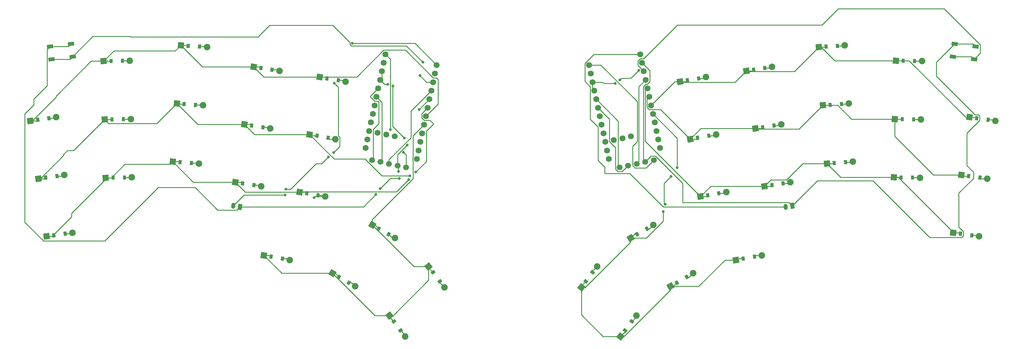
<source format=gbr>
%TF.GenerationSoftware,KiCad,Pcbnew,9.0.2*%
%TF.CreationDate,2025-07-07T14:02:59-04:00*%
%TF.ProjectId,routed_banana_split,726f7574-6564-45f6-9261-6e616e615f73,0.0.1*%
%TF.SameCoordinates,Original*%
%TF.FileFunction,Copper,L1,Top*%
%TF.FilePolarity,Positive*%
%FSLAX46Y46*%
G04 Gerber Fmt 4.6, Leading zero omitted, Abs format (unit mm)*
G04 Created by KiCad (PCBNEW 9.0.2) date 2025-07-07 14:02:59*
%MOMM*%
%LPD*%
G01*
G04 APERTURE LIST*
G04 Aperture macros list*
%AMRoundRect*
0 Rectangle with rounded corners*
0 $1 Rounding radius*
0 $2 $3 $4 $5 $6 $7 $8 $9 X,Y pos of 4 corners*
0 Add a 4 corners polygon primitive as box body*
4,1,4,$2,$3,$4,$5,$6,$7,$8,$9,$2,$3,0*
0 Add four circle primitives for the rounded corners*
1,1,$1+$1,$2,$3*
1,1,$1+$1,$4,$5*
1,1,$1+$1,$6,$7*
1,1,$1+$1,$8,$9*
0 Add four rect primitives between the rounded corners*
20,1,$1+$1,$2,$3,$4,$5,0*
20,1,$1+$1,$4,$5,$6,$7,0*
20,1,$1+$1,$6,$7,$8,$9,0*
20,1,$1+$1,$8,$9,$2,$3,0*%
%AMHorizOval*
0 Thick line with rounded ends*
0 $1 width*
0 $2 $3 position (X,Y) of the first rounded end (center of the circle)*
0 $4 $5 position (X,Y) of the second rounded end (center of the circle)*
0 Add line between two ends*
20,1,$1,$2,$3,$4,$5,0*
0 Add two circle primitives to create the rounded ends*
1,1,$1,$2,$3*
1,1,$1,$4,$5*%
%AMRotRect*
0 Rectangle, with rotation*
0 The origin of the aperture is its center*
0 $1 length*
0 $2 width*
0 $3 Rotation angle, in degrees counterclockwise*
0 Add horizontal line*
21,1,$1,$2,0,0,$3*%
G04 Aperture macros list end*
%TA.AperFunction,SMDPad,CuDef*%
%ADD10RotRect,1.800000X1.100000X7.000000*%
%TD*%
%TA.AperFunction,ComponentPad*%
%ADD11RotRect,1.778000X1.778000X53.000000*%
%TD*%
%TA.AperFunction,SMDPad,CuDef*%
%ADD12RotRect,0.900000X1.200000X53.000000*%
%TD*%
%TA.AperFunction,ComponentPad*%
%ADD13C,1.905000*%
%TD*%
%TA.AperFunction,ComponentPad*%
%ADD14C,1.752600*%
%TD*%
%TA.AperFunction,ComponentPad*%
%ADD15RotRect,1.778000X1.778000X351.000000*%
%TD*%
%TA.AperFunction,SMDPad,CuDef*%
%ADD16RotRect,0.900000X1.200000X351.000000*%
%TD*%
%TA.AperFunction,ComponentPad*%
%ADD17RotRect,1.778000X1.778000X350.000000*%
%TD*%
%TA.AperFunction,SMDPad,CuDef*%
%ADD18RotRect,0.900000X1.200000X350.000000*%
%TD*%
%TA.AperFunction,ComponentPad*%
%ADD19RotRect,1.778000X1.778000X10.000000*%
%TD*%
%TA.AperFunction,SMDPad,CuDef*%
%ADD20RotRect,0.900000X1.200000X10.000000*%
%TD*%
%TA.AperFunction,SMDPad,CuDef*%
%ADD21RotRect,1.800000X1.100000X353.000000*%
%TD*%
%TA.AperFunction,ComponentPad*%
%ADD22HorizOval,1.700000X0.000000X0.000000X0.000000X0.000000X0*%
%TD*%
%TA.AperFunction,ComponentPad*%
%ADD23C,1.700000*%
%TD*%
%TA.AperFunction,ComponentPad*%
%ADD24RotRect,1.778000X1.778000X330.000000*%
%TD*%
%TA.AperFunction,SMDPad,CuDef*%
%ADD25RotRect,0.900000X1.200000X330.000000*%
%TD*%
%TA.AperFunction,ComponentPad*%
%ADD26RotRect,1.778000X1.778000X352.000000*%
%TD*%
%TA.AperFunction,SMDPad,CuDef*%
%ADD27RotRect,0.900000X1.200000X352.000000*%
%TD*%
%TA.AperFunction,ComponentPad*%
%ADD28RotRect,1.778000X1.778000X359.000000*%
%TD*%
%TA.AperFunction,SMDPad,CuDef*%
%ADD29RotRect,0.900000X1.200000X359.000000*%
%TD*%
%TA.AperFunction,ComponentPad*%
%ADD30RotRect,1.778000X1.778000X1.000000*%
%TD*%
%TA.AperFunction,SMDPad,CuDef*%
%ADD31RotRect,0.900000X1.200000X1.000000*%
%TD*%
%TA.AperFunction,ComponentPad*%
%ADD32RotRect,1.778000X1.778000X307.000000*%
%TD*%
%TA.AperFunction,SMDPad,CuDef*%
%ADD33RotRect,0.900000X1.200000X307.000000*%
%TD*%
%TA.AperFunction,ComponentPad*%
%ADD34RotRect,1.778000X1.778000X30.000000*%
%TD*%
%TA.AperFunction,SMDPad,CuDef*%
%ADD35RotRect,0.900000X1.200000X30.000000*%
%TD*%
%TA.AperFunction,ComponentPad*%
%ADD36HorizOval,1.700000X0.000000X0.000000X0.000000X0.000000X0*%
%TD*%
%TA.AperFunction,ComponentPad*%
%ADD37RotRect,1.778000X1.778000X4.000000*%
%TD*%
%TA.AperFunction,SMDPad,CuDef*%
%ADD38RotRect,0.900000X1.200000X4.000000*%
%TD*%
%TA.AperFunction,ComponentPad*%
%ADD39RotRect,1.778000X1.778000X356.000000*%
%TD*%
%TA.AperFunction,SMDPad,CuDef*%
%ADD40RotRect,0.900000X1.200000X356.000000*%
%TD*%
%TA.AperFunction,ComponentPad*%
%ADD41RotRect,1.778000X1.778000X8.000000*%
%TD*%
%TA.AperFunction,SMDPad,CuDef*%
%ADD42RotRect,0.900000X1.200000X8.000000*%
%TD*%
%TA.AperFunction,ComponentPad*%
%ADD43RotRect,1.778000X1.778000X9.000000*%
%TD*%
%TA.AperFunction,SMDPad,CuDef*%
%ADD44RotRect,0.900000X1.200000X9.000000*%
%TD*%
%TA.AperFunction,ComponentPad*%
%ADD45RoundRect,0.240000X-0.256232X-0.683499X0.454904X-0.570866X0.256232X0.683499X-0.454904X0.570866X0*%
%TD*%
%TA.AperFunction,ComponentPad*%
%ADD46HorizOval,1.200000X-0.043019X0.271614X0.043019X-0.271614X0*%
%TD*%
%TA.AperFunction,ComponentPad*%
%ADD47RoundRect,0.240000X-0.454904X-0.570866X0.256232X-0.683499X0.454904X0.570866X-0.256232X0.683499X0*%
%TD*%
%TA.AperFunction,ComponentPad*%
%ADD48HorizOval,1.200000X-0.043019X-0.271614X0.043019X0.271614X0*%
%TD*%
%TA.AperFunction,ViaPad*%
%ADD49C,0.800000*%
%TD*%
%TA.AperFunction,Conductor*%
%ADD50C,0.250000*%
%TD*%
G04 APERTURE END LIST*
D10*
%TO.P,B1,1*%
%TO.N,GND*%
X84791520Y-97250786D03*
X90945306Y-96495196D03*
%TO.P,B1,2*%
%TO.N,RST*%
X85242436Y-100923206D03*
X91396222Y-100167616D03*
%TD*%
D11*
%TO.P,D38,1*%
%TO.N,RP115*%
X250886599Y-181685327D03*
D12*
X252186519Y-179960275D03*
%TO.P,D38,2*%
%TO.N,mirror_out_thumb*%
X254172509Y-177324777D03*
D13*
X255472429Y-175599725D03*
%TD*%
D14*
%TO.P,MCU2,1*%
%TO.N,RP006*%
X241686576Y-102651019D03*
%TO.P,MCU2,2*%
%TO.N,RP008*%
X242214672Y-105135514D03*
%TO.P,MCU2,3*%
%TO.N,RGND*%
X242742767Y-107620009D03*
%TO.P,MCU2,4*%
X243270863Y-110104504D03*
%TO.P,MCU2,5*%
%TO.N,RP017*%
X243798959Y-112588999D03*
%TO.P,MCU2,6*%
%TO.N,RP020*%
X244327053Y-115073494D03*
%TO.P,MCU2,7*%
%TO.N,RP022*%
X244855150Y-117557989D03*
%TO.P,MCU2,8*%
%TO.N,RP024*%
X245383246Y-120042483D03*
%TO.P,MCU2,9*%
%TO.N,RP100*%
X245911342Y-122526978D03*
%TO.P,MCU2,10*%
%TO.N,RP011*%
X246439437Y-125011473D03*
%TO.P,MCU2,11*%
%TO.N,RP104*%
X246967533Y-127495968D03*
%TO.P,MCU2,12*%
%TO.N,RP106*%
X247495629Y-129980463D03*
%TO.P,MCU2,13*%
%TO.N,RP009*%
X262402598Y-126811889D03*
%TO.P,MCU2,14*%
%TO.N,RP010*%
X261874502Y-124327394D03*
%TO.P,MCU2,15*%
%TO.N,RP111*%
X261346407Y-121842899D03*
%TO.P,MCU2,16*%
%TO.N,RP113*%
X260818311Y-119358404D03*
%TO.P,MCU2,17*%
%TO.N,RP115*%
X260290215Y-116873909D03*
%TO.P,MCU2,18*%
%TO.N,RP002*%
X259762121Y-114389414D03*
%TO.P,MCU2,19*%
%TO.N,RP029*%
X259234024Y-111904919D03*
%TO.P,MCU2,20*%
%TO.N,RP031*%
X258705928Y-109420425D03*
%TO.P,MCU2,21*%
%TO.N,RVCC*%
X258177832Y-106935930D03*
%TO.P,MCU2,22*%
%TO.N,RRST*%
X257649737Y-104451435D03*
%TO.P,MCU2,23*%
%TO.N,RGND*%
X257121641Y-101966940D03*
%TO.P,MCU2,24*%
%TO.N,RRAW*%
X256593545Y-99482445D03*
%TO.P,MCU2,31*%
%TO.N,RP101*%
X248923932Y-124483378D03*
%TO.P,MCU2,32*%
%TO.N,RP102*%
X251408427Y-123955282D03*
%TO.P,MCU2,33*%
%TO.N,RP107*%
X253892922Y-123427186D03*
%TD*%
D15*
%TO.P,D12,1*%
%TO.N,P002*%
X144055481Y-103149122D03*
D16*
X146188888Y-103487020D03*
%TO.P,D12,2*%
%TO.N,index_top*%
X149448260Y-104003254D03*
D13*
X151581667Y-104341152D03*
%TD*%
D17*
%TO.P,D13,1*%
%TO.N,P031*%
X157427692Y-139622792D03*
D18*
X159554879Y-139997873D03*
%TO.P,D13,2*%
%TO.N,indexfar_bottom*%
X162804745Y-140570911D03*
D13*
X164931932Y-140945992D03*
%TD*%
D19*
%TO.P,D34,1*%
%TO.N,RP029*%
X271170079Y-124204260D03*
D20*
X273297266Y-123829179D03*
%TO.P,D34,2*%
%TO.N,mirror_indexfar_home*%
X276547132Y-123256141D03*
D13*
X278674319Y-122881060D03*
%TD*%
D19*
%TO.P,D35,1*%
%TO.N,RP002*%
X268218060Y-107462528D03*
D20*
X270345247Y-107087447D03*
%TO.P,D35,2*%
%TO.N,mirror_indexfar_top*%
X273595113Y-106514409D03*
D13*
X275722300Y-106139328D03*
%TD*%
D21*
%TO.P,B2,1*%
%TO.N,RGND*%
X348108724Y-96495196D03*
X354262510Y-97250786D03*
%TO.P,B2,2*%
%TO.N,RRST*%
X347657808Y-100167616D03*
X353811594Y-100923206D03*
%TD*%
D22*
%TO.P,DISP2,1*%
%TO.N,RP017*%
X250606762Y-132457544D03*
%TO.P,DISP2,2*%
%TO.N,RP020*%
X253091257Y-131929449D03*
%TO.P,DISP2,3*%
%TO.N,RVCC*%
X255575752Y-131401353D03*
%TO.P,DISP2,4*%
%TO.N,RGND*%
X258060247Y-130873257D03*
D23*
%TO.P,DISP2,5*%
%TO.N,RP006*%
X260544742Y-130345162D03*
%TD*%
D24*
%TO.P,D19,1*%
%TO.N,P115*%
X178655403Y-149209007D03*
D25*
X180526018Y-150289007D03*
%TO.P,D19,2*%
%TO.N,in_default*%
X183383902Y-151939007D03*
D13*
X185254517Y-153019007D03*
%TD*%
D26*
%TO.P,D21,1*%
%TO.N,RP031*%
X347692286Y-151491648D03*
D27*
X349831265Y-151792263D03*
%TO.P,D21,2*%
%TO.N,mirror_pinky_bottom*%
X353099149Y-152251535D03*
D13*
X355238128Y-152552150D03*
%TD*%
D28*
%TO.P,D26,1*%
%TO.N,RP002*%
X331000834Y-101361267D03*
D29*
X333160505Y-101398965D03*
%TO.P,D26,2*%
%TO.N,mirror_ring_top*%
X336460003Y-101456557D03*
D13*
X338619674Y-101494255D03*
%TD*%
D30*
%TO.P,D5,1*%
%TO.N,P029*%
X100731047Y-118491666D03*
D31*
X102890718Y-118453968D03*
%TO.P,D5,2*%
%TO.N,ring_home*%
X106190216Y-118396376D03*
D13*
X108349887Y-118358678D03*
%TD*%
D32*
%TO.P,D18,1*%
%TO.N,P115*%
X183581601Y-175599725D03*
D33*
X184881521Y-177324777D03*
%TO.P,D18,2*%
%TO.N,out_thumb*%
X186867511Y-179960275D03*
D13*
X188167431Y-181685327D03*
%TD*%
D26*
%TO.P,D23,1*%
%TO.N,RP002*%
X352424171Y-117822534D03*
D27*
X354563150Y-118123149D03*
%TO.P,D23,2*%
%TO.N,mirror_pinky_top*%
X357831034Y-118582421D03*
D13*
X359970013Y-118883036D03*
%TD*%
D19*
%TO.P,D36,1*%
%TO.N,RP115*%
X284488716Y-159426610D03*
D20*
X286615903Y-159051529D03*
%TO.P,D36,2*%
%TO.N,mirror_in_thumb*%
X289865769Y-158478491D03*
D13*
X291992956Y-158103410D03*
%TD*%
D34*
%TO.P,D39,1*%
%TO.N,RP115*%
X253799513Y-153019007D03*
D35*
X255670128Y-151939007D03*
%TO.P,D39,2*%
%TO.N,mirror_in_default*%
X258528012Y-150289007D03*
D13*
X260398627Y-149209007D03*
%TD*%
D36*
%TO.P,DISP1,1*%
%TO.N,P017*%
X178509288Y-130345162D03*
%TO.P,DISP1,2*%
%TO.N,P020*%
X180993783Y-130873257D03*
%TO.P,DISP1,3*%
%TO.N,VCC*%
X183478278Y-131401353D03*
%TO.P,DISP1,4*%
%TO.N,GND*%
X185962773Y-131929449D03*
D23*
%TO.P,DISP1,5*%
%TO.N,P006*%
X188447268Y-132457544D03*
%TD*%
D37*
%TO.P,D29,1*%
%TO.N,RP002*%
X308553333Y-97411320D03*
D38*
X310708071Y-97260646D03*
%TO.P,D29,2*%
%TO.N,mirror_middle_top*%
X314000033Y-97030450D03*
D13*
X316154771Y-96879776D03*
%TD*%
D39*
%TO.P,D9,1*%
%TO.N,P002*%
X122899259Y-96879776D03*
D40*
X125053997Y-97030450D03*
%TO.P,D9,2*%
%TO.N,middle_top*%
X128345959Y-97260646D03*
D13*
X130500697Y-97411320D03*
%TD*%
D11*
%TO.P,D40,1*%
%TO.N,RP115*%
X239463393Y-167396988D03*
D12*
X240763313Y-165671936D03*
%TO.P,D40,2*%
%TO.N,mirror_out_default*%
X242749303Y-163036438D03*
D13*
X244049223Y-161311386D03*
%TD*%
D17*
%TO.P,D16,1*%
%TO.N,P115*%
X147061074Y-158103410D03*
D18*
X149188261Y-158478491D03*
%TO.P,D16,2*%
%TO.N,in_thumb*%
X152438127Y-159051529D03*
D13*
X154565314Y-159426610D03*
%TD*%
D30*
%TO.P,D6,1*%
%TO.N,P002*%
X100434356Y-101494255D03*
D31*
X102594027Y-101456557D03*
%TO.P,D6,2*%
%TO.N,ring_top*%
X105893525Y-101398965D03*
D13*
X108053196Y-101361267D03*
%TD*%
D32*
%TO.P,D20,1*%
%TO.N,P115*%
X195004807Y-161311386D03*
D33*
X196304727Y-163036438D03*
%TO.P,D20,2*%
%TO.N,out_default*%
X198290717Y-165671936D03*
D13*
X199590637Y-167396988D03*
%TD*%
D39*
%TO.P,D8,1*%
%TO.N,P029*%
X121713399Y-113838364D03*
D40*
X123868137Y-113989038D03*
%TO.P,D8,2*%
%TO.N,middle_home*%
X127160099Y-114219234D03*
D13*
X129314837Y-114369908D03*
%TD*%
D39*
%TO.P,D7,1*%
%TO.N,P031*%
X120527539Y-130796953D03*
D40*
X122682277Y-130947627D03*
%TO.P,D7,2*%
%TO.N,middle_bottom*%
X125974239Y-131177823D03*
D13*
X128128977Y-131328497D03*
%TD*%
D28*
%TO.P,D24,1*%
%TO.N,RP031*%
X330407452Y-135356088D03*
D29*
X332567123Y-135393786D03*
%TO.P,D24,2*%
%TO.N,mirror_ring_bottom*%
X335866621Y-135451378D03*
D13*
X338026292Y-135489076D03*
%TD*%
D17*
%TO.P,D14,1*%
%TO.N,P029*%
X160379711Y-122881060D03*
D18*
X162506898Y-123256141D03*
%TO.P,D14,2*%
%TO.N,indexfar_home*%
X165756764Y-123829179D03*
D13*
X167883951Y-124204260D03*
%TD*%
D41*
%TO.P,D1,1*%
%TO.N,P031*%
X83815902Y-152552150D03*
D42*
X85954881Y-152251535D03*
%TO.P,D1,2*%
%TO.N,pinky_bottom*%
X89222765Y-151792263D03*
D13*
X91361744Y-151491648D03*
%TD*%
D24*
%TO.P,D17,1*%
%TO.N,P115*%
X167057327Y-163297464D03*
D25*
X168927942Y-164377464D03*
%TO.P,D17,2*%
%TO.N,home_thumb*%
X171785826Y-166027464D03*
D13*
X173656441Y-167107464D03*
%TD*%
D34*
%TO.P,D37,1*%
%TO.N,RP115*%
X265397589Y-167107464D03*
D35*
X267268204Y-166027464D03*
%TO.P,D37,2*%
%TO.N,mirror_home_thumb*%
X270126088Y-164377464D03*
D13*
X271996703Y-163297464D03*
%TD*%
D28*
%TO.P,D25,1*%
%TO.N,RP029*%
X330704143Y-118358678D03*
D29*
X332863814Y-118396376D03*
%TO.P,D25,2*%
%TO.N,mirror_ring_home*%
X336163312Y-118453968D03*
D13*
X338322983Y-118491666D03*
%TD*%
D14*
%TO.P,MCU1,1*%
%TO.N,P006*%
X182460486Y-99482445D03*
%TO.P,MCU1,2*%
%TO.N,P008*%
X181932390Y-101966940D03*
%TO.P,MCU1,3*%
%TO.N,GND*%
X181404294Y-104451435D03*
%TO.P,MCU1,4*%
X180876199Y-106935930D03*
%TO.P,MCU1,5*%
%TO.N,P017*%
X180348103Y-109420425D03*
%TO.P,MCU1,6*%
%TO.N,P020*%
X179820007Y-111904919D03*
%TO.P,MCU1,7*%
%TO.N,P022*%
X179291910Y-114389414D03*
%TO.P,MCU1,8*%
%TO.N,P024*%
X178763816Y-116873909D03*
%TO.P,MCU1,9*%
%TO.N,P100*%
X178235720Y-119358404D03*
%TO.P,MCU1,10*%
%TO.N,P011*%
X177707624Y-121842899D03*
%TO.P,MCU1,11*%
%TO.N,P104*%
X177179529Y-124327394D03*
%TO.P,MCU1,12*%
%TO.N,P106*%
X176651433Y-126811889D03*
%TO.P,MCU1,13*%
%TO.N,P009*%
X191558402Y-129980463D03*
%TO.P,MCU1,14*%
%TO.N,P010*%
X192086498Y-127495968D03*
%TO.P,MCU1,15*%
%TO.N,P111*%
X192614594Y-125011473D03*
%TO.P,MCU1,16*%
%TO.N,P113*%
X193142689Y-122526978D03*
%TO.P,MCU1,17*%
%TO.N,P115*%
X193670785Y-120042483D03*
%TO.P,MCU1,18*%
%TO.N,P002*%
X194198881Y-117557989D03*
%TO.P,MCU1,19*%
%TO.N,P029*%
X194726978Y-115073494D03*
%TO.P,MCU1,20*%
%TO.N,P031*%
X195255072Y-112588999D03*
%TO.P,MCU1,21*%
%TO.N,VCC*%
X195783168Y-110104504D03*
%TO.P,MCU1,22*%
%TO.N,RST*%
X196311264Y-107620009D03*
%TO.P,MCU1,23*%
%TO.N,GND*%
X196839359Y-105135514D03*
%TO.P,MCU1,24*%
%TO.N,RAW*%
X197367455Y-102651019D03*
%TO.P,MCU1,31*%
%TO.N,P101*%
X180192119Y-122370995D03*
%TO.P,MCU1,32*%
%TO.N,P102*%
X182676614Y-122899090D03*
%TO.P,MCU1,33*%
%TO.N,P107*%
X185161109Y-123427186D03*
%TD*%
D43*
%TO.P,D30,1*%
%TO.N,RP031*%
X292791135Y-137922555D03*
D44*
X294924542Y-137584657D03*
%TO.P,D30,2*%
%TO.N,mirror_index_bottom*%
X298183914Y-137068423D03*
D13*
X300317321Y-136730525D03*
%TD*%
D30*
%TO.P,D4,1*%
%TO.N,P031*%
X101027738Y-135489076D03*
D31*
X103187409Y-135451378D03*
%TO.P,D4,2*%
%TO.N,ring_bottom*%
X106486907Y-135393786D03*
D13*
X108646578Y-135356088D03*
%TD*%
D17*
%TO.P,D15,1*%
%TO.N,P002*%
X163331730Y-106139328D03*
D18*
X165458917Y-106514409D03*
%TO.P,D15,2*%
%TO.N,indexfar_top*%
X168708783Y-107087447D03*
D13*
X170835970Y-107462528D03*
%TD*%
D37*
%TO.P,D27,1*%
%TO.N,RP031*%
X310925054Y-131328497D03*
D38*
X313079792Y-131177823D03*
%TO.P,D27,2*%
%TO.N,mirror_middle_bottom*%
X316371754Y-130947627D03*
D13*
X318526492Y-130796953D03*
%TD*%
D37*
%TO.P,D28,1*%
%TO.N,RP029*%
X309739194Y-114369908D03*
D38*
X311893932Y-114219234D03*
%TO.P,D28,2*%
%TO.N,mirror_middle_home*%
X315185894Y-113989038D03*
D13*
X317340632Y-113838364D03*
%TD*%
D41*
%TO.P,D3,1*%
%TO.N,P002*%
X79084017Y-118883036D03*
D42*
X81222996Y-118582421D03*
%TO.P,D3,2*%
%TO.N,pinky_top*%
X84490880Y-118123149D03*
D13*
X86629859Y-117822534D03*
%TD*%
D26*
%TO.P,D22,1*%
%TO.N,RP029*%
X350058229Y-134657091D03*
D27*
X352197208Y-134957706D03*
%TO.P,D22,2*%
%TO.N,mirror_pinky_home*%
X355465092Y-135416978D03*
D13*
X357604071Y-135717593D03*
%TD*%
D43*
%TO.P,D31,1*%
%TO.N,RP029*%
X290131749Y-121131853D03*
D44*
X292265156Y-120793955D03*
%TO.P,D31,2*%
%TO.N,mirror_index_home*%
X295524528Y-120277721D03*
D13*
X297657935Y-119939823D03*
%TD*%
D15*
%TO.P,D11,1*%
%TO.N,P029*%
X141396095Y-119939823D03*
D16*
X143529502Y-120277721D03*
%TO.P,D11,2*%
%TO.N,index_home*%
X146788874Y-120793955D03*
D13*
X148922281Y-121131853D03*
%TD*%
D43*
%TO.P,D32,1*%
%TO.N,RP002*%
X287472363Y-104341152D03*
D44*
X289605770Y-104003254D03*
%TO.P,D32,2*%
%TO.N,mirror_index_top*%
X292865142Y-103487020D03*
D13*
X294998549Y-103149122D03*
%TD*%
D41*
%TO.P,D2,1*%
%TO.N,P029*%
X81449960Y-135717593D03*
D42*
X83588939Y-135416978D03*
%TO.P,D2,2*%
%TO.N,pinky_home*%
X86856823Y-134957706D03*
D13*
X88995802Y-134657091D03*
%TD*%
D15*
%TO.P,D10,1*%
%TO.N,P031*%
X138736709Y-136730525D03*
D16*
X140870116Y-137068423D03*
%TO.P,D10,2*%
%TO.N,index_bottom*%
X144129488Y-137584657D03*
D13*
X146262895Y-137922555D03*
%TD*%
D19*
%TO.P,D33,1*%
%TO.N,RP031*%
X274122098Y-140945992D03*
D20*
X276249285Y-140570911D03*
%TO.P,D33,2*%
%TO.N,mirror_indexfar_bottom*%
X279499151Y-139997873D03*
D13*
X281626338Y-139622792D03*
%TD*%
D45*
%TO.P,JST2,1*%
%TO.N,RGND*%
X300892997Y-143625356D03*
D46*
%TO.P,JST2,2*%
%TO.N,RRAW*%
X298917621Y-143938224D03*
%TD*%
D47*
%TO.P,JST1,1*%
%TO.N,GND*%
X140136409Y-143938224D03*
D48*
%TO.P,JST1,2*%
%TO.N,RAW*%
X138161033Y-143625356D03*
%TD*%
D49*
%TO.N,indexfar_bottom*%
X161660000Y-141260000D03*
%TO.N,P031*%
X189179340Y-136019340D03*
X192260000Y-115590000D03*
%TO.N,P029*%
X191280000Y-133840000D03*
X189590000Y-134910000D03*
%TO.N,RP115*%
X265590000Y-135100000D03*
X263310000Y-145290000D03*
X267380000Y-132500000D03*
X263851668Y-143213224D03*
%TO.N,RAW*%
X172820000Y-96320000D03*
X167520000Y-107930000D03*
X153470000Y-138810000D03*
X167370000Y-128130000D03*
X165856673Y-129383327D03*
X153220000Y-140480000D03*
%TO.N,GND*%
X184603914Y-108730000D03*
X180900000Y-138640000D03*
X188776428Y-125926428D03*
X186480000Y-135670000D03*
X183153914Y-108250000D03*
X187950000Y-123910000D03*
X186210000Y-133610000D03*
X179640000Y-140350000D03*
%TO.N,RST*%
X193340000Y-101840000D03*
X192490000Y-105710000D03*
%TO.N,P006*%
X183890000Y-121400000D03*
X187704081Y-128024081D03*
%TO.N,RGND*%
X249300000Y-107990000D03*
X256150000Y-104210000D03*
X250640000Y-106980000D03*
%TD*%
D50*
%TO.N,pinky_bottom*%
X89222765Y-151792263D02*
X91061130Y-151792263D01*
X91061130Y-151792263D02*
X91361744Y-151491649D01*
%TO.N,pinky_home*%
X88695188Y-134957706D02*
X88995802Y-134657092D01*
X86856823Y-134957706D02*
X88695188Y-134957706D01*
%TO.N,pinky_top*%
X84490880Y-118123149D02*
X86329245Y-118123149D01*
X86329245Y-118123149D02*
X86629859Y-117822535D01*
%TO.N,ring_bottom*%
X106486907Y-135393786D02*
X108608880Y-135393786D01*
X108608880Y-135393786D02*
X108646578Y-135356088D01*
%TO.N,ring_home*%
X108312189Y-118396376D02*
X108349887Y-118358678D01*
X106190216Y-118396376D02*
X108312189Y-118396376D01*
%TO.N,ring_top*%
X105893525Y-101398965D02*
X108015498Y-101398965D01*
X108015498Y-101398965D02*
X108053196Y-101361267D01*
%TO.N,middle_bottom*%
X125974239Y-131177823D02*
X127978303Y-131177823D01*
X127978303Y-131177823D02*
X128128977Y-131328497D01*
%TO.N,middle_home*%
X129164163Y-114219234D02*
X129314837Y-114369908D01*
X127160099Y-114219234D02*
X129164163Y-114219234D01*
%TO.N,middle_top*%
X128345959Y-97260646D02*
X130350023Y-97260646D01*
X130350023Y-97260646D02*
X130500697Y-97411320D01*
%TO.N,index_bottom*%
X145924997Y-137584657D02*
X146262895Y-137922555D01*
X144129488Y-137584657D02*
X145924997Y-137584657D01*
%TO.N,index_home*%
X146788874Y-120793955D02*
X148584383Y-120793955D01*
X148584383Y-120793955D02*
X148922281Y-121131853D01*
%TO.N,index_top*%
X151243769Y-104003254D02*
X151581667Y-104341152D01*
X149448260Y-104003254D02*
X151243769Y-104003254D01*
%TO.N,indexfar_bottom*%
X161660000Y-141260000D02*
X161974008Y-140945992D01*
X161974008Y-140945992D02*
X164931931Y-140945992D01*
X162804745Y-140570911D02*
X164556849Y-140570911D01*
X164556849Y-140570911D02*
X164931930Y-140945992D01*
%TO.N,indexfar_home*%
X166131845Y-124204260D02*
X165756764Y-123829179D01*
X167883949Y-124204260D02*
X166131845Y-124204260D01*
%TO.N,indexfar_top*%
X170460887Y-107087447D02*
X170835968Y-107462528D01*
X168708783Y-107087447D02*
X170460887Y-107087447D01*
%TO.N,in_thumb*%
X152438127Y-159051529D02*
X154190231Y-159051529D01*
X154190231Y-159051529D02*
X154565312Y-159426610D01*
X152438127Y-159051529D02*
X154190232Y-159051529D01*
X154190232Y-159051529D02*
X154565313Y-159426610D01*
%TO.N,home_thumb*%
X172576441Y-166027464D02*
X173656441Y-167107464D01*
X171785826Y-166027464D02*
X172576441Y-166027464D01*
%TO.N,out_thumb*%
X188167431Y-181260195D02*
X186867511Y-179960275D01*
X188167431Y-181685327D02*
X188167431Y-181260195D01*
%TO.N,in_default*%
X185254517Y-153019007D02*
X184463902Y-153019007D01*
X184463902Y-153019007D02*
X183383902Y-151939007D01*
%TO.N,out_default*%
X198290717Y-165671936D02*
X198290717Y-166097068D01*
X198290717Y-166097068D02*
X199590637Y-167396988D01*
%TO.N,mirror_pinky_bottom*%
X353099149Y-152251535D02*
X354937514Y-152251535D01*
X354937514Y-152251535D02*
X355238128Y-152552149D01*
%TO.N,mirror_pinky_home*%
X357604071Y-135717592D02*
X355765706Y-135717592D01*
X355765706Y-135717592D02*
X355465092Y-135416978D01*
%TO.N,mirror_pinky_top*%
X359669399Y-118582421D02*
X359970013Y-118883035D01*
X357831034Y-118582421D02*
X359669399Y-118582421D01*
%TO.N,mirror_ring_bottom*%
X337988594Y-135451378D02*
X338026292Y-135489076D01*
X335866621Y-135451378D02*
X337988594Y-135451378D01*
%TO.N,mirror_ring_home*%
X338285285Y-118453968D02*
X338322983Y-118491666D01*
X336163312Y-118453968D02*
X338285285Y-118453968D01*
%TO.N,mirror_ring_top*%
X336460003Y-101456557D02*
X338581976Y-101456557D01*
X338581976Y-101456557D02*
X338619674Y-101494255D01*
%TO.N,mirror_middle_bottom*%
X316371754Y-130947627D02*
X318375818Y-130947627D01*
X318375818Y-130947627D02*
X318526492Y-130796953D01*
%TO.N,mirror_middle_home*%
X317189958Y-113989038D02*
X317340632Y-113838364D01*
X315185894Y-113989038D02*
X317189958Y-113989038D01*
%TO.N,mirror_middle_top*%
X316004097Y-97030450D02*
X316154771Y-96879776D01*
X314000033Y-97030450D02*
X316004097Y-97030450D01*
%TO.N,mirror_index_bottom*%
X299979423Y-137068423D02*
X300317321Y-136730525D01*
X298183914Y-137068423D02*
X299979423Y-137068423D01*
%TO.N,mirror_index_home*%
X297320037Y-120277721D02*
X297657935Y-119939823D01*
X295524528Y-120277721D02*
X297320037Y-120277721D01*
%TO.N,mirror_index_top*%
X294660651Y-103487020D02*
X294998549Y-103149122D01*
X292865142Y-103487020D02*
X294660651Y-103487020D01*
%TO.N,mirror_indexfar_bottom*%
X281251255Y-139997873D02*
X281626336Y-139622792D01*
X279499151Y-139997873D02*
X281251255Y-139997873D01*
%TO.N,mirror_indexfar_home*%
X276547132Y-123256141D02*
X278299236Y-123256141D01*
X278299236Y-123256141D02*
X278674317Y-122881060D01*
%TO.N,mirror_indexfar_top*%
X273595113Y-106514409D02*
X275347217Y-106514409D01*
X275347217Y-106514409D02*
X275722298Y-106139328D01*
%TO.N,mirror_in_thumb*%
X290240850Y-158103410D02*
X289865769Y-158478491D01*
X291992954Y-158103410D02*
X290240850Y-158103410D01*
%TO.N,mirror_home_thumb*%
X270916703Y-164377464D02*
X271996703Y-163297464D01*
X270126088Y-164377464D02*
X270916703Y-164377464D01*
%TO.N,mirror_out_thumb*%
X255472429Y-175599725D02*
X255472429Y-176024857D01*
X255472429Y-176024857D02*
X254172509Y-177324777D01*
%TO.N,mirror_in_default*%
X259318627Y-150289007D02*
X260398627Y-149209007D01*
X258528012Y-150289007D02*
X259318627Y-150289007D01*
%TO.N,mirror_out_default*%
X242749303Y-163036438D02*
X242749303Y-162611306D01*
X242749303Y-162611306D02*
X244049223Y-161311386D01*
%TO.N,P031*%
X101027738Y-135489076D02*
X103149711Y-135489076D01*
X83815902Y-152552149D02*
X85373689Y-152552149D01*
X192260000Y-115590000D02*
X192260000Y-115584071D01*
X122531603Y-130796953D02*
X122682277Y-130947627D01*
X83815902Y-152552149D02*
X85654267Y-152552149D01*
X119770236Y-131554256D02*
X120527539Y-130796953D01*
X126461111Y-136730525D02*
X138736709Y-136730525D01*
X102640577Y-135489076D02*
X106575397Y-131554256D01*
X141628976Y-139622792D02*
X157427694Y-139622792D01*
X157474600Y-139575885D02*
X185622795Y-139575885D01*
X106575397Y-131554256D02*
X119770236Y-131554256D01*
X120527539Y-130796953D02*
X122531603Y-130796953D01*
X85373689Y-152552149D02*
X91112532Y-146813306D01*
X192260000Y-115584071D02*
X195255072Y-112588999D01*
X159179798Y-139622792D02*
X159554879Y-139997873D01*
X138736709Y-136730525D02*
X140532218Y-136730525D01*
X101027738Y-135489076D02*
X102640577Y-135489076D01*
X103149711Y-135489076D02*
X103187409Y-135451378D01*
X91112532Y-146813306D02*
X91112532Y-145796908D01*
X185622795Y-139575885D02*
X189179340Y-136019340D01*
X120527539Y-130796953D02*
X126461111Y-136730525D01*
X85654267Y-152552149D02*
X85954881Y-152251535D01*
X157427693Y-139622792D02*
X157474600Y-139575885D01*
X138736709Y-136730525D02*
X141628976Y-139622792D01*
X140532218Y-136730525D02*
X140870116Y-137068423D01*
X91112532Y-145796908D02*
X101027738Y-135881702D01*
X157427694Y-139622792D02*
X159179798Y-139622792D01*
X101027738Y-135881702D02*
X101027738Y-135489076D01*
%TO.N,P029*%
X176521010Y-130020000D02*
X181411010Y-134910000D01*
X193700872Y-118760289D02*
X192996581Y-118055998D01*
X195374991Y-118760289D02*
X193700872Y-118760289D01*
X91672713Y-127550000D02*
X100731047Y-118491666D01*
X123868137Y-113989038D02*
X121864073Y-113989038D01*
X121864073Y-113989038D02*
X121713399Y-113838364D01*
X100731047Y-118491666D02*
X102853020Y-118491666D01*
X144337332Y-122881060D02*
X160379713Y-122881060D01*
X162506898Y-123256141D02*
X160754794Y-123256141D01*
X82001838Y-135717592D02*
X88746589Y-128972841D01*
X141396095Y-119939823D02*
X143191604Y-119939823D01*
X141396095Y-119939823D02*
X144337332Y-122881060D01*
X101876559Y-119637178D02*
X115914585Y-119637178D01*
X194344989Y-130775011D02*
X194344989Y-121884989D01*
X127814858Y-119939823D02*
X141396095Y-119939823D01*
X181411010Y-134910000D02*
X189590000Y-134910000D01*
X102853020Y-118491666D02*
X102890718Y-118453968D01*
X191280000Y-133840000D02*
X194344989Y-130775011D01*
X143191604Y-119939823D02*
X143529502Y-120277721D01*
X160754794Y-123256141D02*
X160379713Y-122881060D01*
X121713399Y-113838364D02*
X127814858Y-119939823D01*
X167518652Y-130020000D02*
X176521010Y-130020000D01*
X192996581Y-116803891D02*
X194726978Y-115073494D01*
X115914585Y-119637178D02*
X121713399Y-113838364D01*
X88746589Y-128663411D02*
X89860000Y-127550000D01*
X192996581Y-118055998D02*
X192996581Y-116803891D01*
X88746589Y-128972841D02*
X88746589Y-128663411D01*
X160379712Y-122881060D02*
X167518652Y-130020000D01*
X194344989Y-121884989D02*
X196422340Y-119807638D01*
X83288325Y-135717592D02*
X83588939Y-135416978D01*
X81449960Y-135717592D02*
X82001838Y-135717592D01*
X100731047Y-118491666D02*
X101876559Y-119637178D01*
X89860000Y-127550000D02*
X91672713Y-127550000D01*
X81449960Y-135717592D02*
X83288325Y-135717592D01*
X196422340Y-119807638D02*
X195374991Y-118760289D01*
%TO.N,P002*%
X103409589Y-98519022D02*
X121260013Y-98519022D01*
X100434356Y-101494255D02*
X102556329Y-101494255D01*
X86570000Y-111948930D02*
X86570000Y-111665652D01*
X79084017Y-118883035D02*
X79635895Y-118883035D01*
X80922382Y-118883035D02*
X81222996Y-118582421D01*
X163331731Y-106139328D02*
X163378638Y-106092421D01*
X79635895Y-118883035D02*
X86570000Y-111948930D01*
X79084017Y-118883035D02*
X80922382Y-118883035D01*
X197770000Y-113986870D02*
X194198881Y-117557989D01*
X163331732Y-106139328D02*
X165083836Y-106139328D01*
X100434356Y-101494255D02*
X103409589Y-98519022D01*
X144055481Y-103149122D02*
X145850990Y-103149122D01*
X145850990Y-103149122D02*
X146188888Y-103487020D01*
X144055481Y-103149122D02*
X147045687Y-106139328D01*
X197770000Y-106770446D02*
X197770000Y-113986870D01*
X122899259Y-96879776D02*
X124903323Y-96879776D01*
X163378638Y-106092421D02*
X174150201Y-106092421D01*
X96741397Y-101494255D02*
X100434356Y-101494255D01*
X197337368Y-106337814D02*
X197770000Y-106770446D01*
X147045687Y-106139328D02*
X163331732Y-106139328D01*
X102556329Y-101494255D02*
X102594027Y-101456557D01*
X165083836Y-106139328D02*
X165458917Y-106514409D01*
X86570000Y-111665652D02*
X96741397Y-101494255D01*
X122899259Y-96879776D02*
X129168605Y-103149122D01*
X188283681Y-98280145D02*
X196341350Y-106337814D01*
X129168605Y-103149122D02*
X144055481Y-103149122D01*
X121260013Y-98519022D02*
X122899259Y-96879776D01*
X181962477Y-98280145D02*
X188283681Y-98280145D01*
X196341350Y-106337814D02*
X197337368Y-106337814D01*
X174150201Y-106092421D02*
X181962477Y-98280145D01*
X124903323Y-96879776D02*
X125053997Y-97030450D01*
%TO.N,P115*%
X190480000Y-130602370D02*
X190356102Y-130478472D01*
X178655403Y-149209007D02*
X190757782Y-161311386D01*
X167057327Y-163297464D02*
X167847942Y-163297464D01*
X147061076Y-158103410D02*
X152255130Y-163297464D01*
X190356102Y-129482454D02*
X190480000Y-129358556D01*
X167847942Y-163297464D02*
X168927942Y-164377464D01*
X178655403Y-149209007D02*
X178655403Y-147568583D01*
X183581601Y-176024857D02*
X184881521Y-177324777D01*
X190480000Y-129358556D02*
X190480000Y-123233268D01*
X178655403Y-147568583D02*
X190480000Y-135743986D01*
X179359588Y-175599725D02*
X183581601Y-175599725D01*
X148813180Y-158103410D02*
X149188261Y-158478491D01*
X179446018Y-149209007D02*
X180526018Y-150289007D01*
X190480000Y-123233268D02*
X193670785Y-120042483D01*
X195004807Y-161736518D02*
X196304727Y-163036438D01*
X195004807Y-161311386D02*
X195004807Y-161736518D01*
X147061076Y-158103410D02*
X148813180Y-158103410D01*
X190757782Y-161311386D02*
X195004807Y-161311386D01*
X178655403Y-149209007D02*
X179446018Y-149209007D01*
X195004807Y-165289668D02*
X195004807Y-161311386D01*
X190480000Y-135743986D02*
X190480000Y-130602370D01*
X183581601Y-175599725D02*
X184694750Y-175599725D01*
X167057327Y-163297464D02*
X179359588Y-175599725D01*
X190356102Y-130478472D02*
X190356102Y-129482454D01*
X184694750Y-175599725D02*
X195004807Y-165289668D01*
X183581601Y-175599725D02*
X183581601Y-176024857D01*
X152255130Y-163297464D02*
X167057327Y-163297464D01*
%TO.N,RP031*%
X294586644Y-137922555D02*
X294924542Y-137584657D01*
X303911276Y-131328497D02*
X299160359Y-136079414D01*
X312929118Y-131328497D02*
X313079792Y-131177823D01*
X274122099Y-140945992D02*
X277145536Y-137922555D01*
X310925054Y-131328497D02*
X312929118Y-131328497D01*
X332529425Y-135356088D02*
X332567123Y-135393786D01*
X292791135Y-137922555D02*
X294586644Y-137922555D01*
X330407452Y-135356088D02*
X332529425Y-135356088D01*
X310925054Y-131328497D02*
X303911276Y-131328497D01*
X347692286Y-151491648D02*
X347692286Y-151332286D01*
X258031724Y-124855617D02*
X258031724Y-110094629D01*
X274122099Y-140945992D02*
X258031724Y-124855617D01*
X299160359Y-136079414D02*
X294634276Y-136079414D01*
X275874204Y-140945992D02*
X276249285Y-140570911D01*
X349530651Y-151491649D02*
X349831265Y-151792263D01*
X258031724Y-110094629D02*
X258705928Y-109420425D01*
X314952645Y-135356088D02*
X310925054Y-131328497D01*
X274122100Y-140945992D02*
X275874204Y-140945992D01*
X331716088Y-135356088D02*
X330407452Y-135356088D01*
X277145536Y-137922555D02*
X292791135Y-137922555D01*
X294634276Y-136079414D02*
X292791135Y-137922555D01*
X330407452Y-135356088D02*
X314952645Y-135356088D01*
X347692286Y-151332286D02*
X331716088Y-135356088D01*
X347692286Y-151491649D02*
X349530651Y-151491649D01*
%TO.N,RP029*%
X271170081Y-124204260D02*
X272922185Y-124204260D01*
X318057521Y-118358678D02*
X330704143Y-118358678D01*
X262557534Y-115591714D02*
X259264112Y-115591714D01*
X291927258Y-121131853D02*
X292265156Y-120793955D01*
X290131749Y-121131853D02*
X291927258Y-121131853D01*
X290131749Y-121131853D02*
X290266626Y-121266730D01*
X272922185Y-124204260D02*
X273297266Y-123829179D01*
X271170080Y-124204260D02*
X274242487Y-121131853D01*
X309739194Y-114369908D02*
X311743258Y-114369908D01*
X258559821Y-112579122D02*
X259234024Y-111904919D01*
X259264112Y-115591714D02*
X258559821Y-114887423D01*
X302842372Y-121266730D02*
X309739194Y-114369908D01*
X314068751Y-114369908D02*
X318057521Y-118358678D01*
X311743258Y-114369908D02*
X311893932Y-114219234D01*
X258559821Y-114887423D02*
X258559821Y-112579122D01*
X341937753Y-134657091D02*
X350058229Y-134657091D01*
X330704143Y-118358678D02*
X330704143Y-123423481D01*
X352197208Y-134957706D02*
X350358843Y-134957706D01*
X290266626Y-121266730D02*
X302842372Y-121266730D01*
X274242487Y-121131853D02*
X290131749Y-121131853D01*
X309739194Y-114369908D02*
X314068751Y-114369908D01*
X271170080Y-124204260D02*
X262557534Y-115591714D01*
X350358843Y-134957706D02*
X350058229Y-134657092D01*
X330704143Y-123423481D02*
X341937753Y-134657091D01*
X332826116Y-118358678D02*
X332863814Y-118396376D01*
X330704143Y-118358678D02*
X332826116Y-118358678D01*
%TO.N,RP002*%
X289267872Y-104341152D02*
X289605770Y-104003254D01*
X331000834Y-101361267D02*
X333122807Y-101361267D01*
X310557397Y-97411320D02*
X310708071Y-97260646D01*
X308553333Y-97411320D02*
X301488624Y-104476029D01*
X308553333Y-97411320D02*
X310557397Y-97411320D01*
X309281320Y-97411320D02*
X308553333Y-97411320D01*
X268365533Y-107610000D02*
X268218061Y-107462528D01*
X266689007Y-107462528D02*
X259762121Y-114389414D01*
X351312489Y-117822534D02*
X334851222Y-101361267D01*
X301488624Y-104476029D02*
X287607240Y-104476029D01*
X334851222Y-101361267D02*
X331000834Y-101361267D01*
X287607240Y-104476029D02*
X287472363Y-104341152D01*
X269970166Y-107462528D02*
X270345247Y-107087447D01*
X287472363Y-104341152D02*
X284203515Y-107610000D01*
X352424171Y-117822534D02*
X351312489Y-117822534D01*
X313231267Y-101361267D02*
X309281320Y-97411320D01*
X331000834Y-101361267D02*
X313231267Y-101361267D01*
X352424171Y-117822535D02*
X354262536Y-117822535D01*
X287472363Y-104341152D02*
X289267872Y-104341152D01*
X354262536Y-117822535D02*
X354563150Y-118123149D01*
X268218062Y-107462528D02*
X269970166Y-107462528D01*
X284203515Y-107610000D02*
X268365533Y-107610000D01*
X268218061Y-107462528D02*
X266689007Y-107462528D01*
X333122807Y-101361267D02*
X333160505Y-101398965D01*
%TO.N,RP115*%
X265590000Y-135100000D02*
X263562776Y-137127224D01*
X265397589Y-167107464D02*
X265397589Y-168139080D01*
X263562776Y-142924332D02*
X263851668Y-143213224D01*
X265397589Y-168139080D02*
X251851342Y-181685327D01*
X284863799Y-159051529D02*
X284488718Y-159426610D01*
X251851342Y-181685327D02*
X250886599Y-181685327D01*
X286615903Y-159051529D02*
X284863799Y-159051529D01*
X239463393Y-167396988D02*
X239463393Y-175348085D01*
X255670128Y-151939007D02*
X254879513Y-151939007D01*
X254879513Y-151939007D02*
X253799513Y-153019007D01*
X284488717Y-159426610D02*
X281293390Y-159426610D01*
X281293390Y-159426610D02*
X273612536Y-167107464D01*
X260290215Y-116873909D02*
X267380000Y-123963694D01*
X267380000Y-123963694D02*
X267380000Y-132500000D01*
X239463393Y-166971856D02*
X240763313Y-165671936D01*
X239463393Y-167396988D02*
X240576542Y-167396988D01*
X263562776Y-137127224D02*
X263562776Y-142924332D01*
X239463393Y-175348085D02*
X245800635Y-181685327D01*
X239463393Y-167396988D02*
X239463393Y-166971856D01*
X258396700Y-153019007D02*
X253799513Y-153019007D01*
X273612536Y-167107464D02*
X265397589Y-167107464D01*
X263310000Y-148105707D02*
X258396700Y-153019007D01*
X252186519Y-179960275D02*
X252186519Y-180385407D01*
X265397589Y-167107464D02*
X266188204Y-167107464D01*
X252186519Y-180385407D02*
X250886599Y-181685327D01*
X266188204Y-167107464D02*
X267268204Y-166027464D01*
X240576542Y-167396988D02*
X253799513Y-154174017D01*
X253799513Y-154174017D02*
X253799513Y-153019007D01*
X263310000Y-145290000D02*
X263310000Y-148105707D01*
X245800635Y-181685327D02*
X250886599Y-181685327D01*
%TO.N,RAW*%
X172820000Y-96320000D02*
X191036436Y-96320000D01*
X163863253Y-131376747D02*
X165856673Y-129383327D01*
X162304195Y-131376747D02*
X163863253Y-131376747D01*
X154870942Y-138810000D02*
X162304195Y-131376747D01*
X168699291Y-123211528D02*
X168699291Y-109109291D01*
X169162450Y-123674687D02*
X168699291Y-123211528D01*
X141306389Y-140480000D02*
X153220000Y-140480000D01*
X168699291Y-109109291D02*
X167520000Y-107930000D01*
X138161033Y-143625356D02*
X141306389Y-140480000D01*
X167370000Y-128130000D02*
X169162450Y-126337550D01*
X191036436Y-96320000D02*
X197367455Y-102651019D01*
X153470000Y-138810000D02*
X154870942Y-138810000D01*
X169162450Y-126337550D02*
X169162450Y-123674687D01*
%TO.N,GND*%
X116300000Y-138280000D02*
X127030000Y-138280000D01*
X77470000Y-148427978D02*
X82924245Y-153882223D01*
X139203061Y-144871572D02*
X140136409Y-143938224D01*
X184550000Y-108783914D02*
X184603914Y-108730000D01*
X127030000Y-138280000D02*
X133621572Y-144871572D01*
X83956116Y-98086190D02*
X83956116Y-108649988D01*
X83956116Y-108649988D02*
X80070572Y-112535532D01*
X80070572Y-114267358D02*
X77470000Y-116867930D01*
X187950000Y-123910000D02*
X184550000Y-120510000D01*
X180900000Y-138640000D02*
X183870000Y-135670000D01*
X82924245Y-153882223D02*
X100697777Y-153882223D01*
X183153914Y-108250000D02*
X182190269Y-108250000D01*
X84791520Y-97250786D02*
X83956116Y-98086190D01*
X182190269Y-108250000D02*
X180876199Y-106935930D01*
X133621572Y-144871572D02*
X139203061Y-144871572D01*
X176051776Y-143938224D02*
X179640000Y-140350000D01*
X80070572Y-112535532D02*
X80070572Y-114267358D01*
X186210000Y-133610000D02*
X186210000Y-132176676D01*
X90189716Y-97250786D02*
X90945306Y-96495196D01*
X100697777Y-153882223D02*
X116300000Y-138280000D01*
X181404294Y-106407835D02*
X180876199Y-106935930D01*
X185962773Y-131929449D02*
X185962773Y-128740083D01*
X77470000Y-116867930D02*
X77470000Y-148427978D01*
X186210000Y-132176676D02*
X185962773Y-131929449D01*
X184550000Y-120510000D02*
X184550000Y-108783914D01*
X84791520Y-97250786D02*
X90189716Y-97250786D01*
X181404294Y-104451435D02*
X181404294Y-106407835D01*
X140136409Y-143938224D02*
X176051776Y-143938224D01*
X185962773Y-128740083D02*
X188776428Y-125926428D01*
X183870000Y-135670000D02*
X186480000Y-135670000D01*
%TO.N,RST*%
X90640632Y-100923206D02*
X91396222Y-100167616D01*
X148754466Y-91053949D02*
X167128669Y-91053949D01*
X97263838Y-94300000D02*
X108145410Y-94300000D01*
X91396222Y-100167616D02*
X97263838Y-94300000D01*
X188546000Y-97046000D02*
X193340000Y-101840000D01*
X108313241Y-94467831D02*
X145340584Y-94467831D01*
X145340584Y-94467831D02*
X148754466Y-91053949D01*
X172094000Y-96019280D02*
X172094000Y-96620720D01*
X85242436Y-100923206D02*
X90640632Y-100923206D01*
X108145410Y-94300000D02*
X108313241Y-94467831D01*
X167128669Y-91053949D02*
X172094000Y-96019280D01*
X194400009Y-107620009D02*
X196311264Y-107620009D01*
X172094000Y-96620720D02*
X172519280Y-97046000D01*
X172519280Y-97046000D02*
X188546000Y-97046000D01*
X192490000Y-105710000D02*
X194400009Y-107620009D01*
%TO.N,VCC*%
X183478278Y-130199272D02*
X189890000Y-123787550D01*
X183478278Y-131401353D02*
X183478278Y-130199272D01*
X189890000Y-115997672D02*
X195783168Y-110104504D01*
X189890000Y-123787550D02*
X189890000Y-115997672D01*
%TO.N,P006*%
X183878914Y-118970000D02*
X183878914Y-100900873D01*
X183878914Y-100900873D02*
X182460486Y-99482445D01*
X188447268Y-128767268D02*
X187704081Y-128024081D01*
X183890000Y-118981086D02*
X183878914Y-118970000D01*
X188447268Y-132457544D02*
X188447268Y-128767268D01*
X183890000Y-121400000D02*
X183890000Y-118981086D01*
%TO.N,P017*%
X178509288Y-130345162D02*
X178909924Y-129944526D01*
X180528639Y-113317842D02*
X180318016Y-113107219D01*
X180318016Y-113107219D02*
X179321998Y-113107219D01*
X178909924Y-121344890D02*
X180528639Y-119726175D01*
X178050000Y-111718528D02*
X180348103Y-109420425D01*
X180528639Y-119726175D02*
X180528639Y-113317842D01*
X178909924Y-129944526D02*
X178909924Y-121344890D01*
X179321998Y-113107219D02*
X178050000Y-111835221D01*
X178050000Y-111835221D02*
X178050000Y-111718528D01*
%TO.N,P020*%
X181394419Y-130472621D02*
X181394419Y-113479331D01*
X181394419Y-113479331D02*
X179820007Y-111904919D01*
X180993783Y-130873257D02*
X181394419Y-130472621D01*
%TO.N,RRAW*%
X244310000Y-130422048D02*
X244310000Y-120669546D01*
X246250000Y-132362048D02*
X244310000Y-130422048D01*
X240484276Y-107414217D02*
X240484276Y-102153010D01*
X253575456Y-134190000D02*
X246250000Y-134190000D01*
X244310000Y-120669546D02*
X242068563Y-118428109D01*
X240484276Y-102153010D02*
X243154841Y-99482445D01*
X243154841Y-99482445D02*
X256593545Y-99482445D01*
X298917621Y-143938224D02*
X263323680Y-143938224D01*
X246250000Y-134190000D02*
X246250000Y-132362048D01*
X242068563Y-118428109D02*
X242068563Y-108998504D01*
X263323680Y-143938224D02*
X253575456Y-134190000D01*
X242068563Y-108998504D02*
X240484276Y-107414217D01*
%TO.N,RGND*%
X354065998Y-117140360D02*
X355102054Y-117140360D01*
X353600000Y-133830000D02*
X353600000Y-135640000D01*
X257503628Y-130316638D02*
X257503628Y-108922416D01*
X242742767Y-107620009D02*
X242742767Y-109576408D01*
X258595946Y-108218125D02*
X259380132Y-107433939D01*
X349334113Y-139905887D02*
X349334113Y-149773418D01*
X353600000Y-135640000D02*
X349334113Y-139905887D01*
X257503628Y-108922416D02*
X258207919Y-108218125D01*
X245630261Y-107620009D02*
X242742767Y-107620009D01*
X242742767Y-109576408D02*
X243270863Y-110104504D01*
X258060247Y-130873257D02*
X257503628Y-130316638D01*
X340821721Y-152821721D02*
X324364472Y-136364472D01*
X261031858Y-129169162D02*
X259764342Y-129169162D01*
X268992008Y-142692008D02*
X268992008Y-137129312D01*
X268992008Y-137129312D02*
X261031858Y-129169162D01*
X259380132Y-104225431D02*
X257121641Y-101966940D01*
X350686389Y-152417080D02*
X350281748Y-152821721D01*
X253900000Y-106460000D02*
X256150000Y-104210000D01*
X351700056Y-131930056D02*
X353600000Y-133830000D01*
X350281748Y-152821721D02*
X340821721Y-152821721D01*
X324364472Y-136364472D02*
X308153881Y-136364472D01*
X258207919Y-108218125D02*
X258595946Y-108218125D01*
X355102054Y-117140360D02*
X355418274Y-117456580D01*
X308153881Y-136364472D02*
X300892997Y-143625356D01*
X300892997Y-143625356D02*
X299959649Y-142692008D01*
X348108724Y-96495196D02*
X353506920Y-96495196D01*
X299959649Y-142692008D02*
X268992008Y-142692008D01*
X250640000Y-106980000D02*
X251160000Y-106460000D01*
X355418274Y-118747966D02*
X351700056Y-122466184D01*
X246000252Y-107990000D02*
X245630261Y-107620009D01*
X348108724Y-96495196D02*
X342801756Y-101802164D01*
X259764342Y-129169162D02*
X258060247Y-130873257D01*
X259380132Y-107433939D02*
X259380132Y-104225431D01*
X351700056Y-122466184D02*
X351700056Y-131930056D01*
X349334113Y-149773418D02*
X350686389Y-151125694D01*
X353506920Y-96495196D02*
X354262510Y-97250786D01*
X251160000Y-106460000D02*
X253900000Y-106460000D01*
X342801756Y-101802164D02*
X342801756Y-105876118D01*
X342801756Y-105876118D02*
X354065998Y-117140360D01*
X350686389Y-151125694D02*
X350686389Y-152417080D01*
X249300000Y-107990000D02*
X246000252Y-107990000D01*
X355418274Y-117456580D02*
X355418274Y-118747966D01*
%TO.N,RRST*%
X353056004Y-100167616D02*
X353811594Y-100923206D01*
X255919341Y-101468931D02*
X255919341Y-102721039D01*
X256623632Y-100764640D02*
X255919341Y-101468931D01*
X267446909Y-90937381D02*
X257619650Y-100764640D01*
X314273426Y-86192079D02*
X309528124Y-90937381D01*
X309528124Y-90937381D02*
X267446909Y-90937381D01*
X353811594Y-100923206D02*
X355590000Y-99144800D01*
X255919341Y-102721039D02*
X257649737Y-104451435D01*
X355590000Y-99144800D02*
X355590000Y-96720705D01*
X345061374Y-86192079D02*
X314273426Y-86192079D01*
X257619650Y-100764640D02*
X256623632Y-100764640D01*
X347657808Y-100167616D02*
X353056004Y-100167616D01*
X355590000Y-96720705D02*
X345061374Y-86192079D01*
%TO.N,RVCC*%
X256200000Y-108913762D02*
X258177832Y-106935930D01*
X256200000Y-130777105D02*
X256200000Y-108913762D01*
X255575752Y-131401353D02*
X256200000Y-130777105D01*
%TO.N,RP006*%
X255088636Y-132577353D02*
X254399752Y-131888469D01*
X260544742Y-130345162D02*
X258312551Y-132577353D01*
X245131019Y-102651019D02*
X241686576Y-102651019D01*
X258312551Y-132577353D02*
X255088636Y-132577353D01*
X255749000Y-124893068D02*
X255749000Y-113269000D01*
X254399752Y-131888469D02*
X254399752Y-126242316D01*
X254399752Y-126242316D02*
X255749000Y-124893068D01*
X255749000Y-113269000D02*
X245131019Y-102651019D01*
%TO.N,RP017*%
X250606762Y-132457544D02*
X250206127Y-132056909D01*
X250206127Y-132056909D02*
X250206127Y-118996167D01*
X250206127Y-118996167D02*
X243798959Y-112588999D01*
%TO.N,RP020*%
X253091257Y-131929449D02*
X251387162Y-133633544D01*
X247651075Y-124910830D02*
X247651075Y-118397516D01*
X251387162Y-133633544D02*
X250119646Y-133633544D01*
X249430762Y-132944660D02*
X249430762Y-126690517D01*
X250119646Y-133633544D02*
X249430762Y-132944660D01*
X249430762Y-126690517D02*
X247651075Y-124910830D01*
X247651075Y-118397516D02*
X244327053Y-115073494D01*
%TD*%
M02*

</source>
